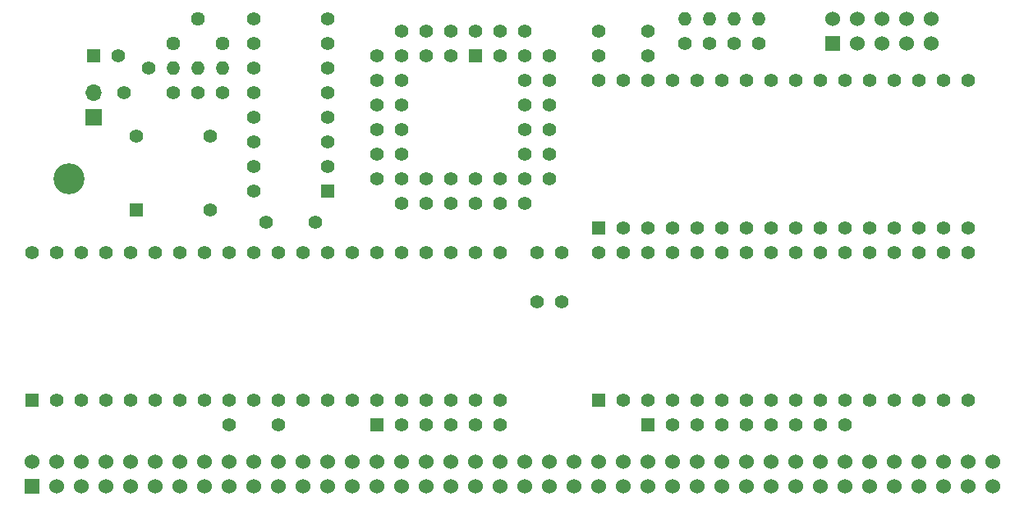
<source format=gbr>
G04 #@! TF.GenerationSoftware,KiCad,Pcbnew,(6.0.2)*
G04 #@! TF.CreationDate,2024-01-03T17:07:47-08:00*
G04 #@! TF.ProjectId,Z80-512K,5a38302d-3531-4324-9b2e-6b696361645f,2.0*
G04 #@! TF.SameCoordinates,Original*
G04 #@! TF.FileFunction,Soldermask,Bot*
G04 #@! TF.FilePolarity,Negative*
%FSLAX46Y46*%
G04 Gerber Fmt 4.6, Leading zero omitted, Abs format (unit mm)*
G04 Created by KiCad (PCBNEW (6.0.2)) date 2024-01-03 17:07:47*
%MOMM*%
%LPD*%
G01*
G04 APERTURE LIST*
%ADD10C,3.200000*%
%ADD11R,1.524000X1.524000*%
%ADD12C,1.524000*%
%ADD13R,1.397000X1.397000*%
%ADD14C,1.397000*%
%ADD15C,1.440000*%
%ADD16C,1.400000*%
%ADD17O,1.400000X1.400000*%
%ADD18R,1.700000X1.700000*%
%ADD19O,1.700000X1.700000*%
G04 APERTURE END LIST*
D10*
X130810000Y-96520000D03*
D11*
X209550000Y-82550000D03*
D12*
X209550000Y-80010000D03*
X212090000Y-82550000D03*
X212090000Y-80010000D03*
X214630000Y-82550000D03*
X214630000Y-80010000D03*
X217170000Y-82550000D03*
X217170000Y-80010000D03*
X219710000Y-82550000D03*
X219710000Y-80010000D03*
D13*
X172720000Y-83820000D03*
D14*
X170180000Y-81280000D03*
X170180000Y-83820000D03*
X167640000Y-81280000D03*
X167640000Y-83820000D03*
X165100000Y-81280000D03*
X162560000Y-83820000D03*
X165100000Y-83820000D03*
X162560000Y-86360000D03*
X165100000Y-86360000D03*
X162560000Y-88900000D03*
X165100000Y-88900000D03*
X162560000Y-91440000D03*
X165100000Y-91440000D03*
X162560000Y-93980000D03*
X165100000Y-93980000D03*
X162560000Y-96520000D03*
X165100000Y-99060000D03*
X165100000Y-96520000D03*
X167640000Y-99060000D03*
X167640000Y-96520000D03*
X170180000Y-99060000D03*
X170180000Y-96520000D03*
X172720000Y-99060000D03*
X172720000Y-96520000D03*
X175260000Y-99060000D03*
X175260000Y-96520000D03*
X177800000Y-99060000D03*
X180340000Y-96520000D03*
X177800000Y-96520000D03*
X180340000Y-93980000D03*
X177800000Y-93980000D03*
X180340000Y-91440000D03*
X177800000Y-91440000D03*
X180340000Y-88900000D03*
X177800000Y-88900000D03*
X180340000Y-86360000D03*
X177800000Y-86360000D03*
X180340000Y-83820000D03*
X177800000Y-81280000D03*
X177800000Y-83820000D03*
X175260000Y-81280000D03*
X175260000Y-83820000D03*
X172720000Y-81280000D03*
X185420000Y-81280000D03*
X190500000Y-81280000D03*
X185420000Y-83820000D03*
X190500000Y-83820000D03*
X136525000Y-87630000D03*
X141605000Y-87630000D03*
X156210000Y-100965000D03*
X151130000Y-100965000D03*
X152400000Y-121920000D03*
X147320000Y-121920000D03*
X181610000Y-109220000D03*
X181610000Y-104140000D03*
X179070000Y-104140000D03*
X179070000Y-109220000D03*
D13*
X133350000Y-83820000D03*
D14*
X135890000Y-83820000D03*
D15*
X141605000Y-82550000D03*
X144145000Y-80010000D03*
X146685000Y-82550000D03*
D13*
X162560000Y-121920000D03*
D14*
X165100000Y-121920000D03*
X167640000Y-121920000D03*
X170180000Y-121920000D03*
X172720000Y-121920000D03*
X175260000Y-121920000D03*
D13*
X190500000Y-121920000D03*
D14*
X193040000Y-121920000D03*
X195580000Y-121920000D03*
X198120000Y-121920000D03*
X200660000Y-121920000D03*
X203200000Y-121920000D03*
X205740000Y-121920000D03*
X208280000Y-121920000D03*
X210820000Y-121920000D03*
D13*
X157480000Y-97790000D03*
D14*
X157480000Y-95250000D03*
X157480000Y-92710000D03*
X157480000Y-90170000D03*
X157480000Y-87630000D03*
X157480000Y-85090000D03*
X157480000Y-82550000D03*
X157480000Y-80010000D03*
X149860000Y-80010000D03*
X149860000Y-82550000D03*
X149860000Y-85090000D03*
X149860000Y-87630000D03*
X149860000Y-90170000D03*
X149860000Y-92710000D03*
X149860000Y-95250000D03*
X149860000Y-97790000D03*
D13*
X185420000Y-101600000D03*
D14*
X187960000Y-101600000D03*
X190500000Y-101600000D03*
X193040000Y-101600000D03*
X195580000Y-101600000D03*
X198120000Y-101600000D03*
X200660000Y-101600000D03*
X203200000Y-101600000D03*
X205740000Y-101600000D03*
X208280000Y-101600000D03*
X210820000Y-101600000D03*
X213360000Y-101600000D03*
X215900000Y-101600000D03*
X218440000Y-101600000D03*
X220980000Y-101600000D03*
X223520000Y-101600000D03*
X223520000Y-86360000D03*
X220980000Y-86360000D03*
X218440000Y-86360000D03*
X215900000Y-86360000D03*
X213360000Y-86360000D03*
X210820000Y-86360000D03*
X208280000Y-86360000D03*
X205740000Y-86360000D03*
X203200000Y-86360000D03*
X200660000Y-86360000D03*
X198120000Y-86360000D03*
X195580000Y-86360000D03*
X193040000Y-86360000D03*
X190500000Y-86360000D03*
X187960000Y-86360000D03*
X185420000Y-86360000D03*
D13*
X185420000Y-119380000D03*
D14*
X187960000Y-119380000D03*
X190500000Y-119380000D03*
X193040000Y-119380000D03*
X195580000Y-119380000D03*
X198120000Y-119380000D03*
X200660000Y-119380000D03*
X203200000Y-119380000D03*
X205740000Y-119380000D03*
X208280000Y-119380000D03*
X210820000Y-119380000D03*
X213360000Y-119380000D03*
X215900000Y-119380000D03*
X218440000Y-119380000D03*
X220980000Y-119380000D03*
X223520000Y-119380000D03*
X223520000Y-104140000D03*
X220980000Y-104140000D03*
X218440000Y-104140000D03*
X215900000Y-104140000D03*
X213360000Y-104140000D03*
X210820000Y-104140000D03*
X208280000Y-104140000D03*
X205740000Y-104140000D03*
X203200000Y-104140000D03*
X200660000Y-104140000D03*
X198120000Y-104140000D03*
X195580000Y-104140000D03*
X193040000Y-104140000D03*
X190500000Y-104140000D03*
X187960000Y-104140000D03*
X185420000Y-104140000D03*
D13*
X127000000Y-119380000D03*
D14*
X129540000Y-119380000D03*
X132080000Y-119380000D03*
X134620000Y-119380000D03*
X137160000Y-119380000D03*
X139700000Y-119380000D03*
X142240000Y-119380000D03*
X144780000Y-119380000D03*
X147320000Y-119380000D03*
X149860000Y-119380000D03*
X152400000Y-119380000D03*
X154940000Y-119380000D03*
X157480000Y-119380000D03*
X160020000Y-119380000D03*
X162560000Y-119380000D03*
X165100000Y-119380000D03*
X167640000Y-119380000D03*
X170180000Y-119380000D03*
X172720000Y-119380000D03*
X175260000Y-119380000D03*
X175260000Y-104140000D03*
X172720000Y-104140000D03*
X170180000Y-104140000D03*
X167640000Y-104140000D03*
X165100000Y-104140000D03*
X162560000Y-104140000D03*
X160020000Y-104140000D03*
X157480000Y-104140000D03*
X154940000Y-104140000D03*
X152400000Y-104140000D03*
X149860000Y-104140000D03*
X147320000Y-104140000D03*
X144780000Y-104140000D03*
X142240000Y-104140000D03*
X139700000Y-104140000D03*
X137160000Y-104140000D03*
X134620000Y-104140000D03*
X132080000Y-104140000D03*
X129540000Y-104140000D03*
X127000000Y-104140000D03*
D11*
X127000000Y-128270000D03*
D12*
X129540000Y-128270000D03*
X132080000Y-128270000D03*
X134620000Y-128270000D03*
X137160000Y-128270000D03*
X139700000Y-128270000D03*
X142240000Y-128270000D03*
X144780000Y-128270000D03*
X147320000Y-128270000D03*
X149860000Y-128270000D03*
X152400000Y-128270000D03*
X154940000Y-128270000D03*
X157480000Y-128270000D03*
X160020000Y-128270000D03*
X162560000Y-128270000D03*
X165100000Y-128270000D03*
X167640000Y-128270000D03*
X170180000Y-128270000D03*
X172720000Y-128270000D03*
X175260000Y-128270000D03*
X177800000Y-128270000D03*
X180340000Y-128270000D03*
X182880000Y-128270000D03*
X185420000Y-128270000D03*
X187960000Y-128270000D03*
X190500000Y-128270000D03*
X193040000Y-128270000D03*
X195580000Y-128270000D03*
X198120000Y-128270000D03*
X200660000Y-128270000D03*
X203200000Y-128270000D03*
X205740000Y-128270000D03*
X208280000Y-128270000D03*
X210820000Y-128270000D03*
X213360000Y-128270000D03*
X215900000Y-128270000D03*
X218440000Y-128270000D03*
X220980000Y-128270000D03*
X223520000Y-128270000D03*
X226060000Y-128270000D03*
X127000000Y-125730000D03*
X129540000Y-125730000D03*
X132080000Y-125730000D03*
X134620000Y-125730000D03*
X137160000Y-125730000D03*
X139700000Y-125730000D03*
X142240000Y-125730000D03*
X144780000Y-125730000D03*
X147320000Y-125730000D03*
X149860000Y-125730000D03*
X152400000Y-125730000D03*
X154940000Y-125730000D03*
X157480000Y-125730000D03*
X160020000Y-125730000D03*
X162560000Y-125730000D03*
X165100000Y-125730000D03*
X167640000Y-125730000D03*
X170180000Y-125730000D03*
X172720000Y-125730000D03*
X175260000Y-125730000D03*
X177800000Y-125730000D03*
X180340000Y-125730000D03*
X182880000Y-125730000D03*
X185420000Y-125730000D03*
X187960000Y-125730000D03*
X190500000Y-125730000D03*
X193040000Y-125730000D03*
X195580000Y-125730000D03*
X198120000Y-125730000D03*
X200660000Y-125730000D03*
X203200000Y-125730000D03*
X205740000Y-125730000D03*
X208280000Y-125730000D03*
X210820000Y-125730000D03*
X213360000Y-125730000D03*
X215900000Y-125730000D03*
X218440000Y-125730000D03*
X220980000Y-125730000D03*
X223520000Y-125730000D03*
X226060000Y-125730000D03*
D16*
X201930000Y-82550000D03*
D17*
X201930000Y-80010000D03*
D16*
X199390000Y-82550000D03*
D17*
X199390000Y-80010000D03*
D16*
X196850000Y-82550000D03*
D17*
X196850000Y-80010000D03*
D16*
X194310000Y-82550000D03*
D17*
X194310000Y-80010000D03*
D16*
X146685000Y-87630000D03*
D17*
X146685000Y-85090000D03*
D16*
X144145000Y-87630000D03*
D17*
X144145000Y-85090000D03*
D16*
X139065000Y-85090000D03*
D17*
X141605000Y-85090000D03*
D13*
X137795000Y-99695000D03*
D14*
X145415000Y-99695000D03*
X145415000Y-92075000D03*
X137795000Y-92075000D03*
D18*
X133350000Y-90170000D03*
D19*
X133350000Y-87630000D03*
M02*

</source>
